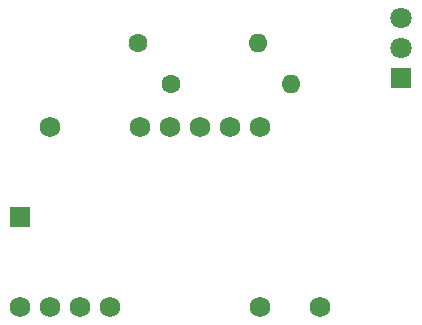
<source format=gbr>
G04 #@! TF.GenerationSoftware,KiCad,Pcbnew,(5.0.0-3-g5ebb6b6)*
G04 #@! TF.CreationDate,2021-01-19T19:10:24+01:00*
G04 #@! TF.ProjectId,HB-RC-4-TOUCH,48422D52432D342D544F5543482E6B69,rev?*
G04 #@! TF.SameCoordinates,Original*
G04 #@! TF.FileFunction,Copper,L2,Bot,Signal*
G04 #@! TF.FilePolarity,Positive*
%FSLAX46Y46*%
G04 Gerber Fmt 4.6, Leading zero omitted, Abs format (unit mm)*
G04 Created by KiCad (PCBNEW (5.0.0-3-g5ebb6b6)) date 2021 January 19, Tuesday 19:10:24*
%MOMM*%
%LPD*%
G01*
G04 APERTURE LIST*
G04 #@! TA.AperFunction,ComponentPad*
%ADD10C,1.727200*%
G04 #@! TD*
G04 #@! TA.AperFunction,ComponentPad*
%ADD11R,1.727200X1.727200*%
G04 #@! TD*
G04 #@! TA.AperFunction,ComponentPad*
%ADD12C,1.600000*%
G04 #@! TD*
G04 #@! TA.AperFunction,ComponentPad*
%ADD13O,1.600000X1.600000*%
G04 #@! TD*
G04 #@! TA.AperFunction,ComponentPad*
%ADD14R,1.800000X1.800000*%
G04 #@! TD*
G04 #@! TA.AperFunction,ComponentPad*
%ADD15C,1.800000*%
G04 #@! TD*
G04 APERTURE END LIST*
D10*
G04 #@! TO.P,X1,11D*
G04 #@! TO.N,Net-(SW1-Pad1)*
X250550000Y-28880000D03*
G04 #@! TO.P,X1,6D*
G04 #@! TO.N,MPR121_IRQ*
X263250000Y-28880000D03*
G04 #@! TO.P,X1,5D*
G04 #@! TO.N,CC1101_GDO0*
X265790000Y-28880000D03*
G04 #@! TO.P,X1,7D*
G04 #@! TO.N,Net-(R1-Pad1)*
X260710000Y-28880000D03*
G04 #@! TO.P,X1,8D*
G04 #@! TO.N,Net-(R2-Pad1)*
X258170000Y-28880000D03*
G04 #@! TO.P,X1,4D*
G04 #@! TO.N,GND*
X268330000Y-28880000D03*
G04 #@! TO.P,X1,2A*
X273410000Y-44120000D03*
G04 #@! TO.P,X1,4A*
G04 #@! TO.N,+3V3*
X268330000Y-44120000D03*
G04 #@! TO.P,X1,10A*
G04 #@! TO.N,MISO*
X253090000Y-44120000D03*
G04 #@! TO.P,X1,9A*
G04 #@! TO.N,SCK*
X255630000Y-44120000D03*
G04 #@! TO.P,X1,11A*
G04 #@! TO.N,MOSI*
X250550000Y-44120000D03*
D11*
G04 #@! TO.P,X1,1B*
G04 #@! TO.N,GND*
X248010000Y-36500000D03*
D10*
G04 #@! TO.P,X1,12A*
G04 #@! TO.N,CC1101_CS*
X248010000Y-44120000D03*
G04 #@! TD*
D12*
G04 #@! TO.P,R2,1*
G04 #@! TO.N,Net-(R2-Pad1)*
X258000000Y-21750000D03*
D13*
G04 #@! TO.P,R2,2*
G04 #@! TO.N,Net-(D1-Pad3)*
X268160000Y-21750000D03*
G04 #@! TD*
D12*
G04 #@! TO.P,R1,1*
G04 #@! TO.N,Net-(R1-Pad1)*
X260750000Y-25250000D03*
D13*
G04 #@! TO.P,R1,2*
G04 #@! TO.N,Net-(D1-Pad1)*
X270910000Y-25250000D03*
G04 #@! TD*
D14*
G04 #@! TO.P,D1,1*
G04 #@! TO.N,Net-(D1-Pad1)*
X280250000Y-24750000D03*
D15*
G04 #@! TO.P,D1,2*
G04 #@! TO.N,GND*
X280250000Y-22210000D03*
G04 #@! TO.P,D1,3*
G04 #@! TO.N,Net-(D1-Pad3)*
X280250000Y-19670000D03*
G04 #@! TD*
M02*

</source>
